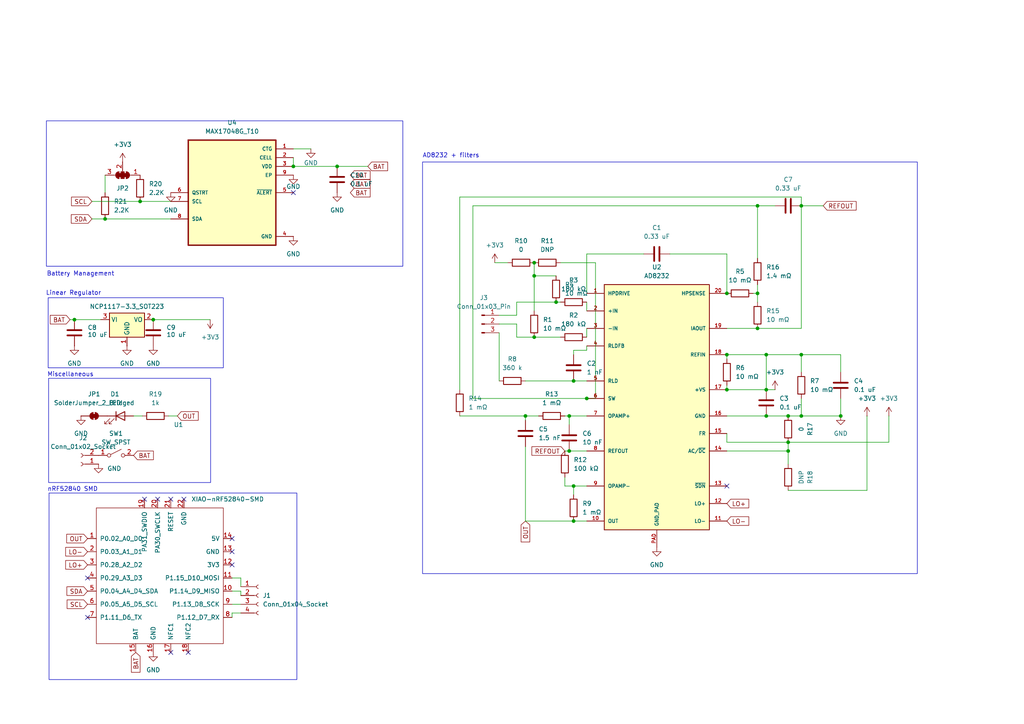
<source format=kicad_sch>
(kicad_sch (version 20250114) (generator "eeschema") (generator_version "9.0")
  (paper "A4")
  (lib_symbols
    (symbol "AD8232:AD8232" (pin_names (offset 1.016))
      (property "Reference" "U" (at -15.24 45.72 0))
      (symbol "AD8232_0_0"
        (rectangle (start -15.24 -27.94) (end 15.24 43.18) (stroke (width 0.254)) (fill (type background)))
        (pin bidirectional line (at -20.32 40.64 0) (length 5.08) (name "HPDRIVE") (number "1"))
        (pin bidirectional line (at -20.32 35.56 0) (length 5.08) (name "+IN") (number "2"))
        (pin bidirectional line (at -20.32 30.48 0) (length 5.08) (name "-IN") (number "3"))
        (pin bidirectional line (at -20.32 25.4 0) (length 5.08) (name "RLDFB") (number "4"))
        (pin bidirectional line (at -20.32 15.24 0) (length 5.08) (name "RLD") (number "5"))
        (pin bidirectional line (at -20.32 10.16 0) (length 5.08) (name "SW") (number "6"))
        (pin bidirectional line (at -20.32 5.08 0) (length 5.08) (name "OPAMP+") (number "7"))
        (pin bidirectional line (at -20.32 -5.08 0) (length 5.08) (name "REFOUT") (number "8"))
        (pin bidirectional line (at -20.32 -15.24 0) (length 5.08) (name "OPAMP-") (number "9"))
        (pin bidirectional line (at -20.32 -25.4 0) (length 5.08) (name "OUT") (number "10"))
        (pin bidirectional line (at 0 -33.02 90) (length 5.08) (name "GND_PAD") (number "PAD"))
        (pin bidirectional line (at 20.32 40.64 180) (length 5.08) (name "HPSENSE") (number "20"))
        (pin bidirectional line (at 20.32 30.48 180) (length 5.08) (name "IAOUT") (number "19"))
        (pin bidirectional line (at 20.32 22.86 180) (length 5.08) (name "REFIN") (number "18"))
        (pin bidirectional line (at 20.32 12.7 180) (length 5.08) (name "+VS") (number "17"))
        (pin bidirectional line (at 20.32 5.08 180) (length 5.08) (name "GND") (number "16"))
        (pin bidirectional line (at 20.32 0 180) (length 5.08) (name "FR") (number "15"))
        (pin bidirectional line (at 20.32 -5.08 180) (length 5.08) (name "AC/~{DC}") (number "14"))
        (pin bidirectional line (at 20.32 -15.24 180) (length 5.08) (name "~{SDN}") (number "13"))
        (pin bidirectional line (at 20.32 -20.32 180) (length 5.08) (name "LO+") (number "12"))
        (pin bidirectional line (at 20.32 -25.4 180) (length 5.08) (name "LO-") (number "11"))
      )
    )
    (symbol "Connector:Conn_01x02_Socket" (pin_names (offset 1.016) (hide yes))
      (property "Reference" "J" (at 0 2.54 0))
      (property "Value" "Conn_01x02_Socket" (at 0 -5.08 0))
      (symbol "Conn_01x02_Socket_1_1"
        (polyline (pts (xy -1.27 0) (xy -0.508 0)) (stroke (width 0.1524)))
        (polyline (pts (xy -1.27 -2.54) (xy -0.508 -2.54)) (stroke (width 0.1524)))
        (arc (start 0 -0.508) (mid -0.5058 0) (end 0 0.508) (stroke (width 0.1524)))
        (arc (start 0 -3.048) (mid -0.5058 -2.54) (end 0 -2.032) (stroke (width 0.1524)))
        (pin passive line (at -5.08 0 0) (length 3.81) (name "Pin_1") (number "1"))
        (pin passive line (at -5.08 -2.54 0) (length 3.81) (name "Pin_2") (number "2"))
      )
    )
    (symbol "Connector:Conn_01x03_Pin" (pin_names (offset 1.016) (hide yes))
      (property "Reference" "J" (at 0 5.08 0))
      (property "Value" "Conn_01x03_Pin" (at 0 -5.08 0))
      (symbol "Conn_01x03_Pin_1_1"
        (rectangle (start 0.8636 2.667) (end 0 2.413) (stroke (width 0.1524)) (fill (type outline)))
        (rectangle (start 0.8636 0.127) (end 0 -0.127) (stroke (width 0.1524)) (fill (type outline)))
        (rectangle (start 0.8636 -2.413) (end 0 -2.667) (stroke (width 0.1524)) (fill (type outline)))
        (polyline (pts (xy 1.27 2.54) (xy 0.8636 2.54)) (stroke (width 0.1524)))
        (polyline (pts (xy 1.27 0) (xy 0.8636 0)) (stroke (width 0.1524)))
        (polyline (pts (xy 1.27 -2.54) (xy 0.8636 -2.54)) (stroke (width 0.1524)))
        (pin passive line (at 5.08 2.54 180) (length 3.81) (name "Pin_1") (number "1"))
        (pin passive line (at 5.08 0 180) (length 3.81) (name "Pin_2") (number "2"))
        (pin passive line (at 5.08 -2.54 180) (length 3.81) (name "Pin_3") (number "3"))
      )
    )
    (symbol "Connector:Conn_01x04_Socket" (pin_names (offset 1.016) (hide yes))
      (property "Reference" "J" (at 0 5.08 0))
      (property "Value" "Conn_01x04_Socket" (at 0 -7.62 0))
      (symbol "Conn_01x04_Socket_1_1"
        (polyline (pts (xy -1.27 2.54) (xy -0.508 2.54)) (stroke (width 0.1524)))
        (polyline (pts (xy -1.27 0) (xy -0.508 0)) (stroke (width 0.1524)))
        (polyline (pts (xy -1.27 -2.54) (xy -0.508 -2.54)) (stroke (width 0.1524)))
        (polyline (pts (xy -1.27 -5.08) (xy -0.508 -5.08)) (stroke (width 0.1524)))
        (arc (start 0 2.032) (mid -0.5058 2.54) (end 0 3.048) (stroke (width 0.1524)))
        (arc (start 0 -0.508) (mid -0.5058 0) (end 0 0.508) (stroke (width 0.1524)))
        (arc (start 0 -3.048) (mid -0.5058 -2.54) (end 0 -2.032) (stroke (width 0.1524)))
        (arc (start 0 -5.588) (mid -0.5058 -5.08) (end 0 -4.572) (stroke (width 0.1524)))
        (pin passive line (at -5.08 2.54 0) (length 3.81) (name "Pin_1") (number "1"))
        (pin passive line (at -5.08 0 0) (length 3.81) (name "Pin_2") (number "2"))
        (pin passive line (at -5.08 -2.54 0) (length 3.81) (name "Pin_3") (number "3"))
        (pin passive line (at -5.08 -5.08 0) (length 3.81) (name "Pin_4") (number "4"))
      )
    )
    (symbol "Device:C" (pin_numbers (hide yes)) (pin_names (offset 0.254))
      (property "Reference" "C" (at 0.635 2.54 0))
      (property "Value" "C" (at 0.635 -2.54 0))
      (symbol "C_0_1"
        (polyline (pts (xy -2.032 0.762) (xy 2.032 0.762)) (stroke (width 0.508)))
        (polyline (pts (xy -2.032 -0.762) (xy 2.032 -0.762)) (stroke (width 0.508)))
      )
      (symbol "C_1_1"
        (pin passive line (at 0 3.81 270) (length 2.794) (name "~") (number "1"))
        (pin passive line (at 0 -3.81 90) (length 2.794) (name "~") (number "2"))
      )
    )
    (symbol "Device:LED" (pin_numbers (hide yes)) (pin_names (offset 1.016) (hide yes))
      (property "Reference" "D" (at 0 2.54 0))
      (property "Value" "LED" (at 0 -2.54 0))
      (symbol "LED_0_1"
        (polyline (pts (xy -3.048 -0.762) (xy -4.572 -2.286) (xy -3.81 -2.286) (xy -4.572 -2.286) (xy -4.572 -1.524)))
        (polyline (pts (xy -1.778 -0.762) (xy -3.302 -2.286) (xy -2.54 -2.286) (xy -3.302 -2.286) (xy -3.302 -1.524)))
        (polyline (pts (xy -1.27 0) (xy 1.27 0)))
        (polyline (pts (xy -1.27 -1.27) (xy -1.27 1.27)) (stroke (width 0.254)))
        (polyline (pts (xy 1.27 -1.27) (xy 1.27 1.27) (xy -1.27 0) (xy 1.27 -1.27)) (stroke (width 0.254)))
      )
      (symbol "LED_1_1"
        (pin passive line (at -3.81 0 0) (length 2.54) (name "K") (number "1"))
        (pin passive line (at 3.81 0 180) (length 2.54) (name "A") (number "2"))
      )
    )
    (symbol "Device:R" (pin_numbers (hide yes)) (pin_names (offset 0))
      (property "Reference" "R" (at 2.032 0 90))
      (property "Value" "R" (at 0 0 90))
      (symbol "R_0_1"
        (rectangle (start -1.016 -2.54) (end 1.016 2.54) (stroke (width 0.254)))
      )
      (symbol "R_1_1"
        (pin passive line (at 0 3.81 270) (length 1.27) (name "~") (number "1"))
        (pin passive line (at 0 -3.81 90) (length 1.27) (name "~") (number "2"))
      )
    )
    (symbol "Jumper:SolderJumper_2_Bridged" (pin_numbers (hide yes)) (pin_names (offset 0) (hide yes)) (in_bom no)
      (property "Reference" "JP" (at 0 2.032 0))
      (property "Value" "SolderJumper_2_Bridged" (at 0 -2.54 0))
      (symbol "SolderJumper_2_Bridged_0_1"
        (rectangle (start -0.508 0.508) (end 0.508 -0.508) (fill (type outline)))
        (polyline (pts (xy -0.254 1.016) (xy -0.254 -1.016)))
        (arc (start -0.254 -1.016) (mid -1.2656 0) (end -0.254 1.016))
        (arc (start -0.254 -1.016) (mid -1.2656 0) (end -0.254 1.016) (fill (type outline)))
        (arc (start 0.254 1.016) (mid 1.2656 0) (end 0.254 -1.016))
        (arc (start 0.254 1.016) (mid 1.2656 0) (end 0.254 -1.016) (fill (type outline)))
        (polyline (pts (xy 0.254 1.016) (xy 0.254 -1.016)))
      )
      (symbol "SolderJumper_2_Bridged_1_1"
        (pin passive line (at -3.81 0 0) (length 2.54) (name "A") (number "1"))
        (pin passive line (at 3.81 0 180) (length 2.54) (name "B") (number "2"))
      )
    )
    (symbol "Jumper:SolderJumper_3_Bridged123" (pin_names (offset 0) (hide yes)) (in_bom no)
      (property "Reference" "JP" (at -2.54 -2.54 0))
      (property "Value" "SolderJumper_3_Bridged123" (at 0 2.794 0))
      (symbol "SolderJumper_3_Bridged123_0_1"
        (polyline (pts (xy -2.54 0) (xy -2.032 0)))
        (polyline (pts (xy -1.016 1.016) (xy -1.016 -1.016)))
        (rectangle (start -1.016 0.508) (end -0.508 -0.508) (fill (type outline)))
        (arc (start -1.016 -1.016) (mid -2.0276 0) (end -1.016 1.016))
        (arc (start -1.016 -1.016) (mid -2.0276 0) (end -1.016 1.016) (fill (type outline)))
        (rectangle (start -0.508 1.016) (end 0.508 -1.016) (fill (type outline)))
        (polyline (pts (xy 0 -1.27) (xy 0 -1.016)))
        (rectangle (start 0.508 0.508) (end 1.016 -0.508) (fill (type outline)))
        (arc (start 1.016 1.016) (mid 2.0276 0) (end 1.016 -1.016))
        (arc (start 1.016 1.016) (mid 2.0276 0) (end 1.016 -1.016) (fill (type outline)))
        (polyline (pts (xy 1.016 1.016) (xy 1.016 -1.016)))
        (polyline (pts (xy 2.54 0) (xy 2.032 0)))
      )
      (symbol "SolderJumper_3_Bridged123_1_1"
        (pin passive line (at -5.08 0 0) (length 2.54) (name "A") (number "1"))
        (pin passive line (at 0 -3.81 90) (length 2.54) (name "C") (number "2"))
        (pin passive line (at 5.08 0 180) (length 2.54) (name "B") (number "3"))
      )
    )
    (symbol "MAX17048G_T10:MAX17048G_T10" (pin_names (offset 1.016))
      (property "Reference" "U" (at -12.7 16.24 0))
      (property "Value" "MAX17048G_T10" (at -12.7 -19.24 0))
      (symbol "MAX17048G_T10_0_0"
        (rectangle (start -12.7 -15.24) (end 12.7 15.24) (stroke (width 0.41)) (fill (type background)))
        (pin input line (at -17.78 0 0) (length 5.08) (name "QSTRT") (number "6"))
        (pin input line (at -17.78 -2.54 0) (length 5.08) (name "SCL") (number "7"))
        (pin bidirectional line (at -17.78 -7.62 0) (length 5.08) (name "SDA") (number "8"))
        (pin power_in line (at 17.78 12.7 180) (length 5.08) (name "CTG") (number "1"))
        (pin power_in line (at 17.78 10.16 180) (length 5.08) (name "CELL") (number "2"))
        (pin power_in line (at 17.78 7.62 180) (length 5.08) (name "VDD") (number "3"))
        (pin power_in line (at 17.78 5.08 180) (length 5.08) (name "EP") (number "9"))
        (pin output line (at 17.78 0 180) (length 5.08) (name "~{ALERT}") (number "5"))
        (pin power_in line (at 17.78 -12.7 180) (length 5.08) (name "GND") (number "4"))
      )
    )
    (symbol "Regulator_Linear:NCP1117-3.3_SOT223"
      (property "Reference" "U" (at -3.81 3.175 0))
      (property "Value" "NCP1117-3.3_SOT223" (at 0 3.175 0))
      (symbol "NCP1117-3.3_SOT223_0_1"
        (rectangle (start -5.08 -5.08) (end 5.08 1.905) (stroke (width 0.254)) (fill (type background)))
      )
      (symbol "NCP1117-3.3_SOT223_1_1"
        (pin power_in line (at -7.62 0 0) (length 2.54) (name "VI") (number "3"))
        (pin power_in line (at 0 -7.62 90) (length 2.54) (name "GND") (number "1"))
        (pin power_out line (at 7.62 0 180) (length 2.54) (name "VO") (number "2"))
      )
    )
    (symbol "Seeed_Studio_XIAO_Series:XIAO-nRF52840-SMD" (pin_names (offset 1.016))
      (property "Reference" "U" (at -18.542 23.114 0))
      (property "Value" "XIAO-nRF52840-SMD" (at -8.636 21.336 0))
      (symbol "XIAO-nRF52840-SMD_0_1"
        (rectangle (start -19.05 20.32) (end 17.78 -19.05))
      )
      (symbol "XIAO-nRF52840-SMD_1_1"
        (pin passive line (at -21.59 11.43 0) (length 2.54) (name "P0.02_A0_D0") (number "1"))
        (pin passive line (at -21.59 7.62 0) (length 2.54) (name "P0.03_A1_D1") (number "2"))
        (pin passive line (at -21.59 3.81 0) (length 2.54) (name "P0.28_A2_D2") (number "3"))
        (pin passive line (at -21.59 0 0) (length 2.54) (name "P0.29_A3_D3") (number "4"))
        (pin passive line (at -21.59 -3.81 0) (length 2.54) (name "P0.04_A4_D4_SDA") (number "5"))
        (pin passive line (at -21.59 -7.62 0) (length 2.54) (name "P0.05_A5_D5_SCL") (number "6"))
        (pin passive line (at -21.59 -11.43 0) (length 2.54) (name "P1.11_D6_TX") (number "7"))
        (pin passive line (at -7.62 -21.59 90) (length 2.54) (name "BAT") (number "15"))
        (pin passive line (at -5.08 22.86 270) (length 2.54) (name "PA31_SWDIO") (number "19"))
        (pin passive line (at -2.54 -21.59 90) (length 2.54) (name "GND") (number "16"))
        (pin passive line (at -1.27 22.86 270) (length 2.54) (name "PA30_SWCLK") (number "20"))
        (pin passive line (at 2.54 22.86 270) (length 2.54) (name "RESET") (number "21"))
        (pin passive line (at 2.54 -21.59 90) (length 2.54) (name "NFC1") (number "17"))
        (pin passive line (at 6.35 22.86 270) (length 2.54) (name "GND") (number "22"))
        (pin passive line (at 7.62 -21.59 90) (length 2.54) (name "NFC2") (number "18"))
        (pin passive line (at 20.32 11.43 180) (length 2.54) (name "5V") (number "14"))
        (pin passive line (at 20.32 7.62 180) (length 2.54) (name "GND") (number "13"))
        (pin passive line (at 20.32 3.81 180) (length 2.54) (name "3V3") (number "12"))
        (pin passive line (at 20.32 0 180) (length 2.54) (name "P1.15_D10_MOSI") (number "11"))
        (pin passive line (at 20.32 -3.81 180) (length 2.54) (name "P1.14_D9_MISO") (number "10"))
        (pin passive line (at 20.32 -7.62 180) (length 2.54) (name "P1.13_D8_SCK") (number "9"))
        (pin passive line (at 20.32 -11.43 180) (length 2.54) (name "P1.12_D7_RX") (number "8"))
      )
    )
    (symbol "Switch:SW_SPST" (pin_names (offset 0) (hide yes))
      (property "Reference" "SW" (at 0 3.175 0))
      (property "Value" "SW_SPST" (at 0 -2.54 0))
      (symbol "SW_SPST_0_0"
        (circle (center -2.032 0) (radius 0.508))
        (polyline (pts (xy -1.524 0.254) (xy 1.524 1.778)))
        (circle (center 2.032 0) (radius 0.508))
      )
      (symbol "SW_SPST_1_1"
        (pin passive line (at -5.08 0 0) (length 2.54) (name "A") (number "1"))
        (pin passive line (at 5.08 0 180) (length 2.54) (name "B") (number "2"))
      )
    )
    (symbol "power:+3V3" (power) (pin_numbers (hide yes)) (pin_names (offset 0) (hide yes))
      (property "Value" "+3V3" (at 0 3.556 0))
      (symbol "+3V3_0_1"
        (polyline (pts (xy -0.762 1.27) (xy 0 2.54)))
        (polyline (pts (xy 0 2.54) (xy 0.762 1.27)))
        (polyline (pts (xy 0 0) (xy 0 2.54)))
      )
      (symbol "+3V3_1_1"
        (pin power_in line (at 0 0 90) (length 0) (name "~") (number "1"))
      )
    )
    (symbol "power:GND" (power) (pin_numbers (hide yes)) (pin_names (offset 0) (hide yes))
      (property "Value" "GND" (at 0 -3.81 0))
      (symbol "GND_0_1"
        (polyline (pts (xy 0 0) (xy 0 -1.27) (xy 1.27 -1.27) (xy 0 -2.54) (xy -1.27 -1.27) (xy 0 -1.27)))
      )
      (symbol "GND_1_1"
        (pin power_in line (at 0 0 270) (length 0) (name "~") (number "1"))
      )
    )
  )
  (rectangle (start 14.224 143.002) (end 86.106 197.104))
  (rectangle (start 14.097 109.728) (end 61.087 139.954))
  (rectangle (start 122.555 46.99) (end 266.065 166.37))
  (rectangle (start 13.97 86.36) (end 64.77 106.68))
  (rectangle (start 13.462 35.052) (end 116.84 77.216))
  (text "nRF52840 SMD\n\n" (at 21.082 143.002 0) (effects (font (size 1.27 1.27))))
  (text "AD8232 + filters\n" (at 130.81 45.212 0) (effects (font (size 1.27 1.27))))
  (text "Miscellaneous\n" (at 20.447 108.712 0) (effects (font (size 1.27 1.27))))
  (text "Linear Regulator\n" (at 21.336 85.09 0) (effects (font (size 1.27 1.27))))
  (text "Battery Management\n" (at 23.368 79.502 0) (effects (font (size 1.27 1.27))))
  (junction (at 170.18 115.57))
  (junction (at 243.84 120.65))
  (junction (at 40.64 58.42))
  (junction (at 30.48 63.5))
  (junction (at 154.94 76.2))
  (junction (at 232.41 59.69))
  (junction (at 154.94 80.01))
  (junction (at 210.82 85.09))
  (junction (at 232.41 120.65))
  (junction (at 210.82 102.87))
  (junction (at 222.25 102.87))
  (junction (at 44.45 92.71))
  (junction (at 228.6 120.65))
  (junction (at 166.37 110.49))
  (junction (at 97.79 48.26))
  (junction (at 166.37 140.97))
  (junction (at 152.4 120.65))
  (junction (at 219.71 59.69))
  (junction (at 219.71 95.25))
  (junction (at 222.25 120.65))
  (junction (at 222.25 113.03))
  (junction (at 21.59 92.71))
  (junction (at 232.41 102.87))
  (junction (at 165.1 120.65))
  (junction (at 228.6 128.27))
  (junction (at 161.29 87.63))
  (junction (at 219.71 85.09))
  (junction (at 154.94 97.79))
  (junction (at 165.1 130.81))
  (junction (at 85.09 48.26))
  (junction (at 228.6 130.81))
  (junction (at 166.37 151.13))
  (junction (at 210.82 113.03))
  (no_connect (at 85.09 55.88))
  (no_connect (at 25.4 167.64))
  (no_connect (at 49.53 144.78))
  (no_connect (at 25.4 179.07))
  (no_connect (at 54.61 189.23))
  (no_connect (at 67.31 160.02))
  (no_connect (at 49.53 189.23))
  (no_connect (at 53.34 144.78))
  (no_connect (at 41.91 144.78))
  (no_connect (at 67.31 156.21))
  (no_connect (at 45.72 144.78))
  (no_connect (at 67.31 163.83))
  (no_connect (at 210.82 140.97))
  (wire (pts (xy 38.735 120.65) (xy 41.275 120.65)))
  (wire (pts (xy 137.16 59.69) (xy 219.71 59.69)))
  (wire (pts (xy 85.09 43.18) (xy 90.17 43.18)))
  (wire (pts (xy 219.71 95.25) (xy 232.41 95.25)))
  (wire (pts (xy 228.6 134.62) (xy 228.6 130.81)))
  (wire (pts (xy 210.82 102.87) (xy 210.82 104.14)))
  (wire (pts (xy 232.41 59.69) (xy 238.76 59.69)))
  (wire (pts (xy 154.94 97.79) (xy 162.56 97.79)))
  (wire (pts (xy 156.21 120.65) (xy 152.4 120.65)))
  (wire (pts (xy 20.32 92.71) (xy 21.59 92.71)))
  (wire (pts (xy 21.59 92.71) (xy 29.21 92.71)))
  (wire (pts (xy 144.78 93.98) (xy 149.86 93.98)))
  (wire (pts (xy 232.41 57.15) (xy 232.41 59.69)))
  (wire (pts (xy 232.41 120.65) (xy 243.84 120.65)))
  (wire (pts (xy 69.85 172.72) (xy 69.85 171.45)))
  (wire (pts (xy 161.29 80.01) (xy 154.94 80.01)))
  (wire (pts (xy 152.4 151.13) (xy 166.37 151.13)))
  (wire (pts (xy 194.31 73.66) (xy 210.82 73.66)))
  (wire (pts (xy 154.94 80.01) (xy 154.94 90.17)))
  (wire (pts (xy 219.71 59.69) (xy 224.79 59.69)))
  (wire (pts (xy 210.82 113.03) (xy 222.25 113.03)))
  (wire (pts (xy 228.6 130.81) (xy 228.6 128.27)))
  (wire (pts (xy 243.84 102.87) (xy 232.41 102.87)))
  (wire (pts (xy 170.18 97.79) (xy 170.18 95.25)))
  (wire (pts (xy 222.25 113.03) (xy 222.25 102.87)))
  (wire (pts (xy 210.82 111.76) (xy 210.82 113.03)))
  (wire (pts (xy 163.83 120.65) (xy 165.1 120.65)))
  (wire (pts (xy 133.35 120.65) (xy 152.4 120.65)))
  (wire (pts (xy 166.37 101.6) (xy 170.18 101.6)))
  (wire (pts (xy 170.18 101.6) (xy 170.18 100.33)))
  (wire (pts (xy 60.96 92.71) (xy 44.45 92.71)))
  (wire (pts (xy 219.71 85.09) (xy 219.71 87.63)))
  (wire (pts (xy 67.31 175.26) (xy 69.85 175.26)))
  (wire (pts (xy 163.83 140.97) (xy 163.83 138.43)))
  (wire (pts (xy 219.71 59.69) (xy 219.71 74.93)))
  (wire (pts (xy 232.41 120.65) (xy 232.41 115.57)))
  (wire (pts (xy 26.67 63.5) (xy 30.48 63.5)))
  (wire (pts (xy 69.85 167.64) (xy 67.31 167.64)))
  (wire (pts (xy 40.64 58.42) (xy 49.53 58.42)))
  (wire (pts (xy 26.67 58.42) (xy 40.64 58.42)))
  (wire (pts (xy 170.18 85.09) (xy 170.18 73.66)))
  (wire (pts (xy 163.83 140.97) (xy 166.37 140.97)))
  (wire (pts (xy 170.18 73.66) (xy 186.69 73.66)))
  (wire (pts (xy 243.84 107.95) (xy 243.84 102.87)))
  (wire (pts (xy 149.86 87.63) (xy 161.29 87.63)))
  (wire (pts (xy 137.16 115.57) (xy 137.16 59.69)))
  (wire (pts (xy 170.18 115.57) (xy 137.16 115.57)))
  (wire (pts (xy 162.56 76.2) (xy 172.72 76.2)))
  (wire (pts (xy 154.94 97.79) (xy 149.86 97.79)))
  (wire (pts (xy 228.6 142.24) (xy 251.46 142.24)))
  (wire (pts (xy 222.25 113.03) (xy 224.79 113.03)))
  (wire (pts (xy 69.85 177.8) (xy 67.31 177.8)))
  (wire (pts (xy 30.48 50.8) (xy 30.48 55.88)))
  (wire (pts (xy 163.83 130.81) (xy 165.1 130.81)))
  (wire (pts (xy 232.41 102.87) (xy 232.41 107.95)))
  (wire (pts (xy 219.71 82.55) (xy 219.71 85.09)))
  (wire (pts (xy 85.09 48.26) (xy 97.79 48.26)))
  (wire (pts (xy 97.79 48.26) (xy 106.68 48.26)))
  (wire (pts (xy 161.29 87.63) (xy 162.56 87.63)))
  (wire (pts (xy 165.1 120.65) (xy 170.18 120.65)))
  (wire (pts (xy 30.48 63.5) (xy 49.53 63.5)))
  (wire (pts (xy 165.1 120.65) (xy 165.1 123.19)))
  (wire (pts (xy 232.41 59.69) (xy 232.41 95.25)))
  (wire (pts (xy 85.09 45.72) (xy 85.09 48.26)))
  (wire (pts (xy 166.37 110.49) (xy 170.18 110.49)))
  (wire (pts (xy 210.82 73.66) (xy 210.82 85.09)))
  (wire (pts (xy 243.84 120.65) (xy 243.84 115.57)))
  (wire (pts (xy 210.82 95.25) (xy 219.71 95.25)))
  (wire (pts (xy 48.895 120.65) (xy 51.435 120.65)))
  (wire (pts (xy 166.37 151.13) (xy 170.18 151.13)))
  (wire (pts (xy 222.25 102.87) (xy 232.41 102.87)))
  (wire (pts (xy 172.72 76.2) (xy 172.72 115.57)))
  (wire (pts (xy 149.86 87.63) (xy 149.86 91.44)))
  (wire (pts (xy 149.86 93.98) (xy 149.86 97.79)))
  (wire (pts (xy 222.25 102.87) (xy 210.82 102.87)))
  (wire (pts (xy 165.1 130.81) (xy 170.18 130.81)))
  (wire (pts (xy 152.4 110.49) (xy 166.37 110.49)))
  (wire (pts (xy 133.35 113.03) (xy 133.35 57.15)))
  (wire (pts (xy 251.46 142.24) (xy 251.46 120.65)))
  (wire (pts (xy 69.85 170.18) (xy 69.85 167.64)))
  (wire (pts (xy 67.31 177.8) (xy 67.31 179.07)))
  (wire (pts (xy 228.6 128.27) (xy 257.81 128.27)))
  (wire (pts (xy 172.72 115.57) (xy 170.18 115.57)))
  (wire (pts (xy 143.51 76.2) (xy 147.32 76.2)))
  (wire (pts (xy 170.18 140.97) (xy 166.37 140.97)))
  (wire (pts (xy 166.37 102.87) (xy 166.37 101.6)))
  (wire (pts (xy 210.82 120.65) (xy 222.25 120.65)))
  (wire (pts (xy 133.35 57.15) (xy 232.41 57.15)))
  (wire (pts (xy 170.18 87.63) (xy 170.18 90.17)))
  (wire (pts (xy 152.4 120.65) (xy 152.4 121.92)))
  (wire (pts (xy 69.85 171.45) (xy 67.31 171.45)))
  (wire (pts (xy 144.78 96.52) (xy 144.78 110.49)))
  (wire (pts (xy 166.37 140.97) (xy 166.37 143.51)))
  (wire (pts (xy 210.82 128.27) (xy 228.6 128.27)))
  (wire (pts (xy 228.6 120.65) (xy 232.41 120.65)))
  (wire (pts (xy 210.82 130.81) (xy 228.6 130.81)))
  (wire (pts (xy 210.82 125.73) (xy 210.82 128.27)))
  (wire (pts (xy 154.94 76.2) (xy 154.94 80.01)))
  (wire (pts (xy 218.44 85.09) (xy 219.71 85.09)))
  (wire (pts (xy 152.4 151.13) (xy 152.4 129.54)))
  (wire (pts (xy 144.78 91.44) (xy 149.86 91.44)))
  (wire (pts (xy 257.81 128.27) (xy 257.81 120.65)))
  (wire (pts (xy 222.25 120.65) (xy 228.6 120.65)))
  (global_label "BAT" (shape input) (at 101.6 50.8 0) (property "Intersheetrefs" "${INTERSHEET_REFS}" (effects (hide yes))))
  (global_label "REFOUT" (shape input) (at 163.83 130.81 180) (property "Intersheetrefs" "${INTERSHEET_REFS}" (effects (hide yes))))
  (global_label "LO+" (shape input) (at 210.82 146.05 0) (property "Intersheetrefs" "${INTERSHEET_REFS}" (effects (hide yes))))
  (global_label "SCL" (shape input) (at 26.67 58.42 180) (property "Intersheetrefs" "${INTERSHEET_REFS}" (effects (hide yes))))
  (global_label "BAT" (shape input) (at 106.68 48.26 0) (property "Intersheetrefs" "${INTERSHEET_REFS}" (effects (hide yes))))
  (global_label "OUT" (shape input) (at 25.4 156.21 180) (property "Intersheetrefs" "${INTERSHEET_REFS}" (effects (hide yes))))
  (global_label "OUT" (shape input) (at 51.435 120.65 0) (property "Intersheetrefs" "${INTERSHEET_REFS}" (effects (hide yes))))
  (global_label "BAT" (shape input) (at 39.37 189.23 270) (property "Intersheetrefs" "${INTERSHEET_REFS}" (effects (hide yes))))
  (global_label "REFOUT" (shape input) (at 238.76 59.69 0) (property "Intersheetrefs" "${INTERSHEET_REFS}" (effects (hide yes))))
  (global_label "BAT" (shape input) (at 20.32 92.71 180) (property "Intersheetrefs" "${INTERSHEET_REFS}" (effects (hide yes))))
  (global_label "LO-" (shape input) (at 210.82 151.13 0) (property "Intersheetrefs" "${INTERSHEET_REFS}" (effects (hide yes))))
  (global_label "LO-" (shape input) (at 25.4 160.02 180) (property "Intersheetrefs" "${INTERSHEET_REFS}" (effects (hide yes))))
  (global_label "LO+" (shape input) (at 25.4 163.83 180) (property "Intersheetrefs" "${INTERSHEET_REFS}" (effects (hide yes))))
  (global_label "SDA" (shape input) (at 26.67 63.5 180) (property "Intersheetrefs" "${INTERSHEET_REFS}" (effects (hide yes))))
  (global_label "BAT" (shape input) (at 38.735 132.08 0) (property "Intersheetrefs" "${INTERSHEET_REFS}" (effects (hide yes))))
  (global_label "SDA" (shape input) (at 25.4 171.45 180) (property "Intersheetrefs" "${INTERSHEET_REFS}" (effects (hide yes))))
  (global_label "BAT" (shape input) (at 101.6 55.88 0) (property "Intersheetrefs" "${INTERSHEET_REFS}" (effects (hide yes))))
  (global_label "BAT" (shape input) (at 101.6 53.34 0) (property "Intersheetrefs" "${INTERSHEET_REFS}" (effects (hide yes))))
  (global_label "OUT" (shape input) (at 152.4 151.13 270) (property "Intersheetrefs" "${INTERSHEET_REFS}" (effects (hide yes))))
  (global_label "SCL" (shape input) (at 25.4 175.26 180) (property "Intersheetrefs" "${INTERSHEET_REFS}" (effects (hide yes))))
  (symbol (lib_id "Device:C") (at 228.6 59.69 90) (unit 1)
    (property "Reference" "C7" (at 228.6 52.07 90))
    (property "Value" "0.33 uF" (at 228.6 54.61 90))
    (property "Footprint" "Capacitor_SMD:C_0201_0603Metric" (effects (hide yes)))
    (property "Description" "Unpolarized capacitor" (effects (hide yes)))
  )
  (symbol (lib_id "power:+3V3") (at 251.46 120.65 0) (unit 1)
    (property "Reference" "#PWR04" (effects (hide yes)))
    (property "Value" "+3V3" (at 251.46 115.57 0))
    (property "Description" "Power symbol creates a global label with name \"+3V3\"" (effects (hide yes)))
  )
  (symbol (lib_id "power:GND") (at 85.09 50.8 0) (unit 1)
    (property "Reference" "#PWR019" (effects (hide yes)))
    (property "Value" "GND" (at 85.09 54.102 0))
    (property "Description" "Power symbol creates a global label with name \"GND\" , ground" (effects (hide yes)))
  )
  (symbol (lib_id "Device:R") (at 158.75 76.2 90) (unit 1)
    (property "Reference" "R11" (at 158.75 69.85 90))
    (property "Value" "DNP" (at 158.75 72.39 90))
    (property "Footprint" "Resistor_SMD:R_0201_0603Metric" (effects (hide yes)))
    (property "Description" "Resistor" (effects (hide yes)))
  )
  (symbol (lib_id "Connector:Conn_01x03_Pin") (at 139.7 93.98 0) (unit 1)
    (property "Reference" "J3" (at 140.335 86.36 0))
    (property "Value" "Conn_01x03_Pin" (at 140.335 88.9 0))
    (property "Footprint" "Connector_PinHeader_2.54mm:PinHeader_1x03_P2.54mm_Vertical" (effects (hide yes)))
    (property "Description" "Generic connector, single row, 01x03, script generated" (effects (hide yes)))
  )
  (symbol (lib_id "Jumper:SolderJumper_3_Bridged123") (at 35.56 50.8 180) (unit 1) (in_bom no)
    (property "Reference" "JP2" (at 35.56 54.61 0))
    (property "Value" "SolderJumper_3_Bridged123" (effects (hide yes)))
    (property "Footprint" "Jumper:SolderJumper-3_P1.3mm_Open_Pad1.0x1.5mm_NumberLabels" (effects (hide yes)))
    (property "Description" "Solder Jumper, 3-pole, pins 1+2+3 closed/bridged" (effects (hide yes)))
  )
  (symbol (lib_id "Device:R") (at 163.83 134.62 0) (unit 1)
    (property "Reference" "R12" (at 166.37 133.3499 0) (effects (justify left)))
    (property "Value" "100 kΩ" (at 166.37 135.8899 0) (effects (justify left)))
    (property "Footprint" "Resistor_SMD:R_0201_0603Metric" (effects (hide yes)))
    (property "Description" "Resistor" (effects (hide yes)))
  )
  (symbol (lib_id "power:GND") (at 28.575 134.62 0) (unit 1)
    (property "Reference" "#PWR01" (effects (hide yes)))
    (property "Value" "GND" (at 31.115 135.8899 0) (effects (justify left)))
    (property "Description" "Power symbol creates a global label with name \"GND\" , ground" (effects (hide yes)))
  )
  (symbol (lib_id "Device:R") (at 166.37 97.79 90) (unit 1)
    (property "Reference" "R2" (at 166.37 91.44 90))
    (property "Value" "180 kΩ" (at 166.37 93.98 90))
    (property "Footprint" "Resistor_SMD:R_0201_0603Metric" (effects (hide yes)))
    (property "Description" "Resistor" (effects (hide yes)))
  )
  (symbol (lib_id "Device:R") (at 45.085 120.65 90) (unit 1)
    (property "Reference" "R19" (at 45.085 114.3 90))
    (property "Value" "1k" (at 45.085 116.84 90))
    (property "Footprint" "Resistor_SMD:R_0201_0603Metric" (effects (hide yes)))
    (property "Description" "Resistor" (effects (hide yes)))
  )
  (symbol (lib_id "Device:R") (at 154.94 93.98 0) (unit 1)
    (property "Reference" "R1" (at 157.48 92.7099 0) (effects (justify left)))
    (property "Value" "10 mΩ" (at 157.48 95.2499 0) (effects (justify left)))
    (property "Footprint" "Resistor_SMD:R_0201_0603Metric" (effects (hide yes)))
    (property "Description" "Resistor" (effects (hide yes)))
  )
  (symbol (lib_id "power:+3V3") (at 224.79 113.03 0) (unit 1)
    (property "Reference" "#PWR06" (effects (hide yes)))
    (property "Value" "+3V3" (at 224.79 107.95 0))
    (property "Description" "Power symbol creates a global label with name \"+3V3\"" (effects (hide yes)))
  )
  (symbol (lib_id "power:GND") (at 23.495 120.65 0) (unit 1)
    (property "Reference" "#PWR09" (effects (hide yes)))
    (property "Value" "GND" (at 23.495 125.73 0))
    (property "Description" "Power symbol creates a global label with name \"GND\" , ground" (effects (hide yes)))
  )
  (symbol (lib_id "Device:C") (at 152.4 125.73 180) (unit 1)
    (property "Reference" "C5" (at 156.21 124.4599 0) (effects (justify right)))
    (property "Value" "1.5 nF" (at 156.21 126.9999 0) (effects (justify right)))
    (property "Footprint" "Capacitor_SMD:C_0201_0603Metric" (effects (hide yes)))
    (property "Description" "Unpolarized capacitor" (effects (hide yes)))
  )
  (symbol (lib_id "power:GND") (at 190.5 158.75 0) (unit 1)
    (property "Reference" "#PWR08" (effects (hide yes)))
    (property "Value" "GND" (at 190.5 163.83 0))
    (property "Description" "Power symbol creates a global label with name \"GND\" , ground" (effects (hide yes)))
  )
  (symbol (lib_id "Device:R") (at 219.71 91.44 0) (unit 1)
    (property "Reference" "R15" (at 222.25 90.1699 0) (effects (justify left)))
    (property "Value" "10 mΩ" (at 222.25 92.7099 0) (effects (justify left)))
    (property "Footprint" "Resistor_SMD:R_0201_0603Metric" (effects (hide yes)))
    (property "Description" "Resistor" (effects (hide yes)))
  )
  (symbol (lib_id "Device:LED") (at 34.925 120.65 0) (unit 1)
    (property "Reference" "D1" (at 33.3375 114.3 0))
    (property "Value" "LED" (at 33.3375 116.84 0))
    (property "Footprint" "LED_SMD:LED_0603_1608Metric" (effects (hide yes)))
    (property "Description" "Light emitting diode" (effects (hide yes)))
    (property "Sim.Pins" "1=K 2=A" (effects (hide yes)))
  )
  (symbol (lib_id "Seeed_Studio_XIAO_Series:XIAO-nRF52840-SMD") (at 46.99 167.64 0) (unit 1)
    (property "Reference" "U1" (at 50.4033 123.19 0) (effects (justify left)))
    (property "Value" "XIAO-nRF52840-SMD" (at 55.4833 144.78 0) (effects (justify left)))
    (property "Footprint" "Seeed Studio XIAO Series Library:XIAO-nRF52840-SMD" (effects (hide yes)))
  )
  (symbol (lib_id "Device:C") (at 190.5 73.66 90) (unit 1)
    (property "Reference" "C1" (at 190.5 66.04 90))
    (property "Value" "0.33 uF" (at 190.5 68.58 90))
    (property "Footprint" "Capacitor_SMD:C_0201_0603Metric" (effects (hide yes)))
    (property "Description" "Unpolarized capacitor" (effects (hide yes)))
  )
  (symbol (lib_id "Device:R") (at 228.6 138.43 0) (unit 1)
    (property "Reference" "R18" (at 234.95 138.43 90))
    (property "Value" "DNP" (at 232.41 138.43 90))
    (property "Footprint" "Resistor_SMD:R_0201_0603Metric" (effects (hide yes)))
    (property "Description" "Resistor" (effects (hide yes)))
  )
  (symbol (lib_id "Device:R") (at 148.59 110.49 90) (unit 1)
    (property "Reference" "R8" (at 148.59 104.14 90))
    (property "Value" "360 k" (at 148.59 106.68 90))
    (property "Footprint" "Resistor_SMD:R_0201_0603Metric" (effects (hide yes)))
    (property "Description" "Resistor" (effects (hide yes)))
  )
  (symbol (lib_id "Device:R") (at 232.41 111.76 0) (unit 1)
    (property "Reference" "R7" (at 234.95 110.4899 0) (effects (justify left)))
    (property "Value" "10 mΩ" (at 234.95 113.0299 0) (effects (justify left)))
    (property "Footprint" "Resistor_SMD:R_0201_0603Metric" (effects (hide yes)))
    (property "Description" "Resistor" (effects (hide yes)))
  )
  (symbol (lib_id "Device:R") (at 166.37 147.32 0) (unit 1)
    (property "Reference" "R9" (at 168.91 146.0499 0) (effects (justify left)))
    (property "Value" "1 mΩ" (at 168.91 148.5899 0) (effects (justify left)))
    (property "Footprint" "Resistor_SMD:R_0201_0603Metric" (effects (hide yes)))
    (property "Description" "Resistor" (effects (hide yes)))
  )
  (symbol (lib_id "Switch:SW_SPST") (at 33.655 132.08 0) (unit 1)
    (property "Reference" "SW1" (at 33.655 125.73 0))
    (property "Value" "SW_SPST" (at 33.655 128.27 0))
    (property "Footprint" "Button_Switch_SMD:SW_DIP_SPSTx01_Slide_6.7x4.1mm_W6.73mm_P2.54mm_LowProfile_JPin" (effects (hide yes)))
    (property "Description" "Single Pole Single Throw (SPST) switch" (effects (hide yes)))
  )
  (symbol (lib_id "power:GND") (at 49.53 55.88 0) (unit 1)
    (property "Reference" "#PWR017" (effects (hide yes)))
    (property "Value" "GND" (at 49.53 60.96 0))
    (property "Description" "Power symbol creates a global label with name \"GND\" , ground" (effects (hide yes)))
  )
  (symbol (lib_id "power:GND") (at 97.79 55.88 0) (unit 1)
    (property "Reference" "#PWR018" (effects (hide yes)))
    (property "Value" "GND" (at 97.79 60.96 0))
    (property "Description" "Power symbol creates a global label with name \"GND\" , ground" (effects (hide yes)))
  )
  (symbol (lib_id "Device:R") (at 160.02 120.65 90) (unit 1)
    (property "Reference" "R13" (at 160.02 114.3 90))
    (property "Value" "1 mΩ" (at 160.02 116.84 90))
    (property "Footprint" "Resistor_SMD:R_0201_0603Metric" (effects (hide yes)))
    (property "Description" "Resistor" (effects (hide yes)))
  )
  (symbol (lib_id "power:GND") (at 44.45 189.23 0) (unit 1)
    (property "Reference" "#PWR02" (effects (hide yes)))
    (property "Value" "GND" (at 44.45 194.31 0))
    (property "Description" "Power symbol creates a global label with name \"GND\" , ground" (effects (hide yes)))
  )
  (symbol (lib_id "Device:R") (at 210.82 107.95 0) (unit 1)
    (property "Reference" "R6" (at 213.36 106.6799 0) (effects (justify left)))
    (property "Value" "10 mΩ" (at 213.36 109.2199 0) (effects (justify left)))
    (property "Footprint" "Resistor_SMD:R_0201_0603Metric" (effects (hide yes)))
    (property "Description" "Resistor" (effects (hide yes)))
  )
  (symbol (lib_id "Device:C") (at 222.25 116.84 180) (unit 1)
    (property "Reference" "C3" (at 226.06 115.5699 0) (effects (justify right)))
    (property "Value" "0.1 uF" (at 226.06 118.1099 0) (effects (justify right)))
    (property "Footprint" "Capacitor_SMD:C_0201_0603Metric" (effects (hide yes)))
    (property "Description" "Unpolarized capacitor" (effects (hide yes)))
  )
  (symbol (lib_id "power:GND") (at 21.59 100.33 0) (unit 1)
    (property "Reference" "#PWR012" (effects (hide yes)))
    (property "Value" "GND" (at 21.59 105.41 0))
    (property "Description" "Power symbol creates a global label with name \"GND\" , ground" (effects (hide yes)))
  )
  (symbol (lib_id "Device:R") (at 166.37 87.63 90) (unit 1)
    (property "Reference" "R3" (at 166.37 81.28 90))
    (property "Value" "180 kΩ" (at 166.37 83.82 90))
    (property "Footprint" "Resistor_SMD:R_0201_0603Metric" (effects (hide yes)))
    (property "Description" "Resistor" (effects (hide yes)))
  )
  (symbol (lib_id "power:GND") (at 90.17 43.18 0) (unit 1)
    (property "Reference" "#PWR014" (effects (hide yes)))
    (property "Value" "GND" (at 90.17 47.244 0))
    (property "Description" "Power symbol creates a global label with name \"GND\" , ground" (effects (hide yes)))
  )
  (symbol (lib_id "MAX17048G_T10:MAX17048G_T10") (at 67.31 55.88 0) (unit 1)
    (property "Reference" "U4" (at 67.31 35.56 0))
    (property "Value" "MAX17048G_T10" (at 67.31 38.1 0))
    (property "Footprint" "MAX17048G_T10:SON50P200X200X80-9N" (effects (hide yes)))
    (property "MF" "Analog Devices" (effects (hide yes)))
    (property "Description_1" "3µA 1-Cell/2-Cell Fuel Gauge with ModelGauge" (effects (hide yes)))
    (property "Package" "TDFN-8 Maxim" (effects (hide yes)))
    (property "Price" "None" (effects (hide yes)))
    (property "SnapEDA_Link" "https://www.snapeda.com/parts/MAX17048G+T10/Analog+Devices/view-part/?ref=snap" (effects (hide yes)))
    (property "MP" "MAX17048G+T10" (effects (hide yes)))
    (property "Availability" "In Stock" (effects (hide yes)))
    (property "Check_prices" "https://www.snapeda.com/parts/MAX17048G+T10/Analog+Devices/view-part/?ref=eda" (effects (hide yes)))
  )
  (symbol (lib_id "power:+3V3") (at 257.81 120.65 0) (unit 1)
    (property "Reference" "#PWR07" (effects (hide yes)))
    (property "Value" "+3V3" (at 257.81 115.57 0))
    (property "Description" "Power symbol creates a global label with name \"+3V3\"" (effects (hide yes)))
  )
  (symbol (lib_id "Device:R") (at 133.35 116.84 180) (unit 1)
    (property "Reference" "R14" (at 135.89 115.5699 0) (effects (justify right)))
    (property "Value" "1 mΩ" (at 135.89 118.1099 0) (effects (justify right)))
    (property "Footprint" "Resistor_SMD:R_0201_0603Metric" (effects (hide yes)))
    (property "Description" "Resistor" (effects (hide yes)))
  )
  (symbol (lib_id "Device:C") (at 44.45 96.52 0) (unit 1)
    (property "Reference" "C9" (at 48.26 94.996 0) (effects (justify left)))
    (property "Value" "10 uF" (at 48.26 97.7899 0) (effects (justify left bottom)))
    (property "Footprint" "Capacitor_SMD:C_0402_1005Metric" (effects (hide yes)))
    (property "Description" "Unpolarized capacitor" (effects (hide yes)))
  )
  (symbol (lib_id "power:+3V3") (at 35.56 46.99 0) (unit 1)
    (property "Reference" "#PWR016" (effects (hide yes)))
    (property "Value" "+3V3" (at 35.56 41.91 0))
    (property "Description" "Power symbol creates a global label with name \"+3V3\"" (effects (hide yes)))
  )
  (symbol (lib_id "Device:C") (at 97.79 52.07 180) (unit 1)
    (property "Reference" "C10" (at 101.6 50.7999 0) (effects (justify right)))
    (property "Value" "0.1 uF" (at 101.6 53.3399 0) (effects (justify right)))
    (property "Footprint" "Capacitor_SMD:C_0201_0603Metric" (effects (hide yes)))
    (property "Description" "Unpolarized capacitor" (effects (hide yes)))
  )
  (symbol (lib_id "Device:R") (at 214.63 85.09 90) (unit 1)
    (property "Reference" "R5" (at 214.63 78.74 90))
    (property "Value" "10 mΩ" (at 214.63 81.28 90))
    (property "Footprint" "Resistor_SMD:R_0201_0603Metric" (effects (hide yes)))
    (property "Description" "Resistor" (effects (hide yes)))
  )
  (symbol (lib_id "Device:C") (at 165.1 127 180) (unit 1)
    (property "Reference" "C6" (at 168.91 125.7299 0) (effects (justify right)))
    (property "Value" "10 nF" (at 168.91 128.2699 0) (effects (justify right)))
    (property "Footprint" "Capacitor_SMD:C_0201_0603Metric" (effects (hide yes)))
    (property "Description" "Unpolarized capacitor" (effects (hide yes)))
  )
  (symbol (lib_id "Device:C") (at 166.37 106.68 0) (unit 1)
    (property "Reference" "C2" (at 170.18 105.4099 0) (effects (justify left)))
    (property "Value" "1 nF" (at 170.18 107.9499 0) (effects (justify left)))
    (property "Footprint" "Capacitor_SMD:C_0201_0603Metric" (effects (hide yes)))
    (property "Description" "Unpolarized capacitor" (effects (hide yes)))
  )
  (symbol (lib_id "Device:R") (at 30.48 59.69 0) (unit 1)
    (property "Reference" "R21" (at 33.02 58.4199 0) (effects (justify left)))
    (property "Value" "2.2K" (at 33.02 60.9599 0) (effects (justify left)))
    (property "Footprint" "Resistor_SMD:R_0402_1005Metric" (effects (hide yes)))
    (property "Description" "Resistor" (effects (hide yes)))
  )
  (symbol (lib_id "power:+3V3") (at 60.96 92.71 180) (unit 1)
    (property "Reference" "#PWR010" (effects (hide yes)))
    (property "Value" "+3V3" (at 60.96 97.79 0))
    (property "Description" "Power symbol creates a global label with name \"+3V3\"" (effects (hide yes)))
  )
  (symbol (lib_id "power:GND") (at 44.45 100.33 0) (unit 1)
    (property "Reference" "#PWR013" (effects (hide yes)))
    (property "Value" "GND" (at 44.45 105.41 0))
    (property "Description" "Power symbol creates a global label with name \"GND\" , ground" (effects (hide yes)))
  )
  (symbol (lib_id "power:GND") (at 36.83 100.33 0) (unit 1)
    (property "Reference" "#PWR011" (effects (hide yes)))
    (property "Value" "GND" (at 36.83 105.41 0))
    (property "Description" "Power symbol creates a global label with name \"GND\" , ground" (effects (hide yes)))
  )
  (symbol (lib_id "power:GND") (at 85.09 68.58 0) (unit 1)
    (property "Reference" "#PWR015" (effects (hide yes)))
    (property "Value" "GND" (at 85.09 73.66 0))
    (property "Description" "Power symbol creates a global label with name \"GND\" , ground" (effects (hide yes)))
  )
  (symbol (lib_id "Device:R") (at 151.13 76.2 90) (unit 1)
    (property "Reference" "R10" (at 151.13 69.85 90))
    (property "Value" "0" (at 151.13 72.39 90))
    (property "Footprint" "Resistor_SMD:R_0201_0603Metric" (effects (hide yes)))
    (property "Description" "Resistor" (effects (hide yes)))
  )
  (symbol (lib_id "Regulator_Linear:NCP1117-3.3_SOT223") (at 36.83 92.71 0) (unit 1)
    (property "Reference" "U3" (effects (hide yes)))
    (property "Value" "NCP1117-3.3_SOT223" (at 36.83 88.9 0))
    (property "Footprint" "Package_TO_SOT_SMD:SOT-223-3_TabPin2" (effects (hide yes)))
    (property "Datasheet" "http://www.onsemi.com/pub_link/Collateral/NCP1117-D.PDF" (effects (hide yes)))
    (property "Description" "1A Low drop-out regulator, Fixed Output 3.3V, SOT-223" (effects (hide yes)))
  )
  (symbol (lib_id "Device:R") (at 219.71 78.74 0) (unit 1)
    (property "Reference" "R16" (at 222.25 77.4699 0) (effects (justify left)))
    (property "Value" "1.4 mΩ" (at 222.25 80.0099 0) (effects (justify left)))
    (property "Footprint" "Resistor_SMD:R_0201_0603Metric" (effects (hide yes)))
    (property "Description" "Resistor" (effects (hide yes)))
  )
  (symbol (lib_id "Connector:Conn_01x04_Socket") (at 74.93 172.72 0) (unit 1)
    (property "Reference" "J1" (at 76.2 172.7199 0) (effects (justify left)))
    (property "Value" "Conn_01x04_Socket" (at 76.2 175.2599 0) (effects (justify left)))
    (property "Footprint" "Connector_PinSocket_1.27mm:PinSocket_1x04_P1.27mm_Vertical" (effects (hide yes)))
    (property "Description" "Generic connector, single row, 01x04, script generated" (effects (hide yes)))
  )
  (symbol (lib_id "power:+3V3") (at 143.51 76.2 0) (unit 1)
    (property "Reference" "#PWR05" (effects (hide yes)))
    (property "Value" "+3V3" (at 143.51 71.12 0))
    (property "Description" "Power symbol creates a global label with name \"+3V3\"" (effects (hide yes)))
  )
  (symbol (lib_id "AD8232:AD8232") (at 190.5 125.73 0) (unit 1)
    (property "Reference" "U2" (at 190.5 77.47 0))
    (property "Value" "AD8232" (at 190.5 80.01 0))
    (property "Footprint" "AD8232:LFCSP_20" (effects (hide yes)))
    (property "MF" "Analog Devices, Inc." (effects (hide yes)))
    (property "Description_1" "AD8232 Analog Front End Evaluation Board" (effects (hide yes)))
    (property "Package" "None" (effects (hide yes)))
    (property "Price" "None" (effects (hide yes)))
    (property "Check_prices" "https://www.snapeda.com/parts/AD8232/Analog+Devices/view-part/?ref=eda" (effects (hide yes)))
    (property "VALUE" "AD8232ACPZ-R7" (effects (hide yes)))
    (property "SnapEDA_Link" "https://www.snapeda.com/parts/AD8232/Analog+Devices/view-part/?ref=snap" (effects (hide yes)))
    (property "PROD_ID" "IC-11886" (effects (hide yes)))
    (property "Availability" "In Stock" (effects (hide yes)))
    (property "MP" "AD8232" (effects (hide yes)))
  )
  (symbol (lib_id "Jumper:SolderJumper_2_Bridged") (at 27.305 120.65 0) (unit 1) (in_bom no)
    (property "Reference" "JP1" (at 27.305 114.3 0))
    (property "Value" "SolderJumper_2_Bridged" (at 27.305 116.84 0))
    (property "Footprint" "Jumper:SolderJumper-2_P1.3mm_Bridged2Bar_RoundedPad1.0x1.5mm" (effects (hide yes)))
    (property "Description" "Solder Jumper, 2-pole, closed/bridged" (effects (hide yes)))
  )
  (symbol (lib_id "power:GND") (at 243.84 120.65 0) (unit 1)
    (property "Reference" "#PWR03" (effects (hide yes)))
    (property "Value" "GND" (at 243.84 125.73 0))
    (property "Description" "Power symbol creates a global label with name \"GND\" , ground" (effects (hide yes)))
  )
  (symbol (lib_id "Device:R") (at 40.64 54.61 0) (unit 1)
    (property "Reference" "R20" (at 43.18 53.3399 0) (effects (justify left)))
    (property "Value" "2.2K" (at 43.18 55.8799 0) (effects (justify left)))
    (property "Footprint" "Resistor_SMD:R_0402_1005Metric" (effects (hide yes)))
    (property "Description" "Resistor" (effects (hide yes)))
  )
  (symbol (lib_id "Device:R") (at 161.29 83.82 0) (unit 1)
    (property "Reference" "R4" (at 163.83 82.5499 0) (effects (justify left)))
    (property "Value" "10 mΩ" (at 163.83 85.0899 0) (effects (justify left)))
    (property "Footprint" "Resistor_SMD:R_0201_0603Metric" (effects (hide yes)))
    (property "Description" "Resistor" (effects (hide yes)))
  )
  (symbol (lib_id "Connector:Conn_01x02_Socket") (at 23.495 134.62 180) (unit 1)
    (property "Reference" "J2" (at 24.13 127 0))
    (property "Value" "Conn_01x02_Socket" (at 24.13 129.54 0))
    (property "Footprint" "Connector_PinSocket_2.54mm:PinSocket_1x02_P2.54mm_Vertical" (effects (hide yes)))
    (property "Description" "Generic connector, single row, 01x02, script generated" (effects (hide yes)))
  )
  (symbol (lib_id "Device:C") (at 243.84 111.76 180) (unit 1)
    (property "Reference" "C4" (at 247.65 110.4899 0) (effects (justify right)))
    (property "Value" "0.1 uF" (at 247.65 113.0299 0) (effects (justify right)))
    (property "Footprint" "Capacitor_SMD:C_0201_0603Metric" (effects (hide yes)))
    (property "Description" "Unpolarized capacitor" (effects (hide yes)))
  )
  (symbol (lib_id "Device:R") (at 228.6 124.46 0) (unit 1)
    (property "Reference" "R17" (at 234.95 124.46 90))
    (property "Value" "0" (at 232.41 124.46 90))
    (property "Footprint" "Resistor_SMD:R_0201_0603Metric" (effects (hide yes)))
    (property "Description" "Resistor" (effects (hide yes)))
  )
  (symbol (lib_id "Device:C") (at 21.59 96.52 0) (unit 1)
    (property "Reference" "C8" (at 25.4 94.996 0) (effects (justify left)))
    (property "Value" "10 uF" (at 25.4 97.7899 0) (effects (justify left bottom)))
    (property "Footprint" "Capacitor_SMD:C_0402_1005Metric" (effects (hide yes)))
    (property "Description" "Unpolarized capacitor" (effects (hide yes)))
  )
)
</source>
